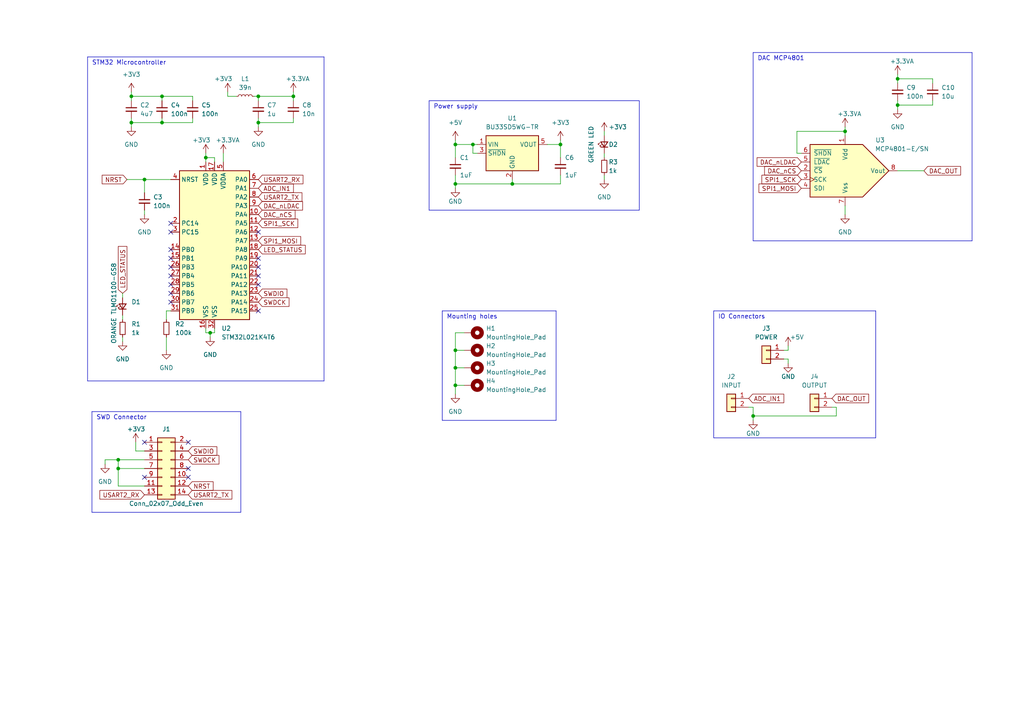
<source format=kicad_sch>
(kicad_sch (version 20230121) (generator eeschema)
  (paper "A4")
  (title_block (title "Alexandre DARRIET & Gabriel TETAR") (date "2024-02-29") (rev "1.0") (company "ENSEA"))
  (lib_symbols
    (symbol "Analog_DAC:MCP4801" (pin_names (offset 1.016))
      (property "Reference" "U" (at 1.27 10.795 0))
      (property "Value" "MCP4801" (at 1.27 8.89 0))
      (symbol "MCP4801_0_0"
        (polyline (pts (xy 12.7 0) (xy 5.08 7.62) (xy -10.16 7.62) (xy -10.16 -7.62) (xy 5.08 -7.62) (xy 12.7 0)) (stroke (width 0.254)) (fill (type background)))
      )
      (symbol "MCP4801_1_1"
        (pin power_in line (at 0 10.16 270) (length 2.54) (name "Vdd") (number "1"))
        (pin input line (at -12.7 0 0) (length 2.54) (name "~{CS}") (number "2"))
        (pin input clock (at -12.7 -2.54 0) (length 2.54) (name "SCK") (number "3"))
        (pin input line (at -12.7 -5.08 0) (length 2.54) (name "SDI") (number "4"))
        (pin input line (at -12.7 2.54 0) (length 2.54) (name "~{LDAC}") (number "5"))
        (pin input line (at -12.7 5.08 0) (length 2.54) (name "~{SHDN}") (number "6"))
        (pin power_in line (at 0 -10.16 90) (length 2.54) (name "Vss") (number "7"))
        (pin output line (at 15.24 0 180) (length 2.54) (name "Vout") (number "8"))
      )
    )
    (symbol "Connector_Generic:Conn_01x02" (pin_names (offset 1.016) hide)
      (property "Reference" "J" (at 0 2.54 0))
      (property "Value" "Conn_01x02" (at 0 -5.08 0))
      (symbol "Conn_01x02_1_1"
        (rectangle (start -1.27 -2.413) (end 0 -2.667) (stroke (width 0.1524)))
        (rectangle (start -1.27 0.127) (end 0 -0.127) (stroke (width 0.1524)))
        (rectangle (start -1.27 1.27) (end 1.27 -3.81) (stroke (width 0.254)) (fill (type background)))
        (pin passive line (at -5.08 0 0) (length 3.81) (name "Pin_1") (number "1"))
        (pin passive line (at -5.08 -2.54 0) (length 3.81) (name "Pin_2") (number "2"))
      )
    )
    (symbol "Connector_Generic:Conn_02x07_Odd_Even" (pin_names (offset 1.016) hide)
      (property "Reference" "J" (at 1.27 10.16 0))
      (property "Value" "Conn_02x07_Odd_Even" (at 1.27 -10.16 0))
      (symbol "Conn_02x07_Odd_Even_1_1"
        (rectangle (start -1.27 -7.493) (end 0 -7.747) (stroke (width 0.1524)))
        (rectangle (start -1.27 -4.953) (end 0 -5.207) (stroke (width 0.1524)))
        (rectangle (start -1.27 -2.413) (end 0 -2.667) (stroke (width 0.1524)))
        (rectangle (start -1.27 0.127) (end 0 -0.127) (stroke (width 0.1524)))
        (rectangle (start -1.27 2.667) (end 0 2.413) (stroke (width 0.1524)))
        (rectangle (start -1.27 5.207) (end 0 4.953) (stroke (width 0.1524)))
        (rectangle (start -1.27 7.747) (end 0 7.493) (stroke (width 0.1524)))
        (rectangle (start -1.27 8.89) (end 3.81 -8.89) (stroke (width 0.254)) (fill (type background)))
        (rectangle (start 3.81 -7.493) (end 2.54 -7.747) (stroke (width 0.1524)))
        (rectangle (start 3.81 -4.953) (end 2.54 -5.207) (stroke (width 0.1524)))
        (rectangle (start 3.81 -2.413) (end 2.54 -2.667) (stroke (width 0.1524)))
        (rectangle (start 3.81 0.127) (end 2.54 -0.127) (stroke (width 0.1524)))
        (rectangle (start 3.81 2.667) (end 2.54 2.413) (stroke (width 0.1524)))
        (rectangle (start 3.81 5.207) (end 2.54 4.953) (stroke (width 0.1524)))
        (rectangle (start 3.81 7.747) (end 2.54 7.493) (stroke (width 0.1524)))
        (pin passive line (at -5.08 7.62 0) (length 3.81) (name "Pin_1") (number "1"))
        (pin passive line (at 7.62 -2.54 180) (length 3.81) (name "Pin_10") (number "10"))
        (pin passive line (at -5.08 -5.08 0) (length 3.81) (name "Pin_11") (number "11"))
        (pin passive line (at 7.62 -5.08 180) (length 3.81) (name "Pin_12") (number "12"))
        (pin passive line (at -5.08 -7.62 0) (length 3.81) (name "Pin_13") (number "13"))
        (pin passive line (at 7.62 -7.62 180) (length 3.81) (name "Pin_14") (number "14"))
        (pin passive line (at 7.62 7.62 180) (length 3.81) (name "Pin_2") (number "2"))
        (pin passive line (at -5.08 5.08 0) (length 3.81) (name "Pin_3") (number "3"))
        (pin passive line (at 7.62 5.08 180) (length 3.81) (name "Pin_4") (number "4"))
        (pin passive line (at -5.08 2.54 0) (length 3.81) (name "Pin_5") (number "5"))
        (pin passive line (at 7.62 2.54 180) (length 3.81) (name "Pin_6") (number "6"))
        (pin passive line (at -5.08 0 0) (length 3.81) (name "Pin_7") (number "7"))
        (pin passive line (at 7.62 0 180) (length 3.81) (name "Pin_8") (number "8"))
        (pin passive line (at -5.08 -2.54 0) (length 3.81) (name "Pin_9") (number "9"))
      )
    )
    (symbol "Device:C_Small" (pin_numbers hide) (pin_names (offset 0.254) hide)
      (property "Reference" "C" (at 0.254 1.778 0))
      (property "Value" "C_Small" (at 0.254 -2.032 0))
      (symbol "C_Small_0_1"
        (polyline (pts (xy -1.524 -0.508) (xy 1.524 -0.508)) (stroke (width 0.3302)))
        (polyline (pts (xy -1.524 0.508) (xy 1.524 0.508)) (stroke (width 0.3048)))
      )
      (symbol "C_Small_1_1"
        (pin passive line (at 0 2.54 270) (length 2.032) (name "~") (number "1"))
        (pin passive line (at 0 -2.54 90) (length 2.032) (name "~") (number "2"))
      )
    )
    (symbol "Device:LED_Small" (pin_numbers hide) (pin_names (offset 0.254) hide)
      (property "Reference" "D" (at -1.27 3.175 0))
      (property "Value" "LED_Small" (at -4.445 -2.54 0))
      (symbol "LED_Small_0_1"
        (polyline (pts (xy -0.762 -1.016) (xy -0.762 1.016)) (stroke (width 0.254)))
        (polyline (pts (xy 1.016 0) (xy -0.762 0)))
        (polyline (pts (xy 0.762 -1.016) (xy -0.762 0) (xy 0.762 1.016) (xy 0.762 -1.016)) (stroke (width 0.254)))
        (polyline (pts (xy 0 0.762) (xy -0.508 1.27) (xy -0.254 1.27) (xy -0.508 1.27) (xy -0.508 1.016)))
        (polyline (pts (xy 0.508 1.27) (xy 0 1.778) (xy 0.254 1.778) (xy 0 1.778) (xy 0 1.524)))
      )
      (symbol "LED_Small_1_1"
        (pin passive line (at -2.54 0 0) (length 1.778) (name "K") (number "1"))
        (pin passive line (at 2.54 0 180) (length 1.778) (name "A") (number "2"))
      )
    )
    (symbol "Device:L_Small" (pin_numbers hide) (pin_names (offset 0.254) hide)
      (property "Reference" "L" (at 0.762 1.016 0))
      (property "Value" "L_Small" (at 0.762 -1.016 0))
      (symbol "L_Small_0_1"
        (arc (start 0 -2.032) (mid 0.5058 -1.524) (end 0 -1.016))
        (arc (start 0 -1.016) (mid 0.5058 -0.508) (end 0 0))
        (arc (start 0 0) (mid 0.5058 0.508) (end 0 1.016))
        (arc (start 0 1.016) (mid 0.5058 1.524) (end 0 2.032))
      )
      (symbol "L_Small_1_1"
        (pin passive line (at 0 2.54 270) (length 0.508) (name "~") (number "1"))
        (pin passive line (at 0 -2.54 90) (length 0.508) (name "~") (number "2"))
      )
    )
    (symbol "Device:R_Small" (pin_numbers hide) (pin_names (offset 0.254) hide)
      (property "Reference" "R" (at 0.762 0.508 0))
      (property "Value" "R_Small" (at 0.762 -1.016 0))
      (symbol "R_Small_0_1"
        (rectangle (start -0.762 1.778) (end 0.762 -1.778) (stroke (width 0.2032)))
      )
      (symbol "R_Small_1_1"
        (pin passive line (at 0 2.54 270) (length 0.762) (name "~") (number "1"))
        (pin passive line (at 0 -2.54 90) (length 0.762) (name "~") (number "2"))
      )
    )
    (symbol "MCU_ST_STM32L0:STM32L021K4Tx"
      (property "Reference" "U" (at -10.16 21.59 0))
      (property "Value" "STM32L021K4Tx" (at 5.08 21.59 0))
      (symbol "STM32L021K4Tx_0_1"
        (rectangle (start -10.16 -22.86) (end 10.16 20.32) (stroke (width 0.254)) (fill (type background)))
      )
      (symbol "STM32L021K4Tx_1_1"
        (pin power_in line (at -2.54 22.86 270) (length 2.54) (name "VDD") (number "1"))
        (pin bidirectional line (at 12.7 7.62 180) (length 2.54) (name "PA4") (number "10"))
        (pin bidirectional line (at 12.7 5.08 180) (length 2.54) (name "PA5") (number "11"))
        (pin bidirectional line (at 12.7 2.54 180) (length 2.54) (name "PA6") (number "12"))
        (pin bidirectional line (at 12.7 0 180) (length 2.54) (name "PA7") (number "13"))
        (pin bidirectional line (at -12.7 -2.54 0) (length 2.54) (name "PB0") (number "14"))
        (pin bidirectional line (at -12.7 -5.08 0) (length 2.54) (name "PB1") (number "15"))
        (pin power_in line (at -2.54 -25.4 90) (length 2.54) (name "VSS") (number "16"))
        (pin power_in line (at 0 22.86 270) (length 2.54) (name "VDD") (number "17"))
        (pin bidirectional line (at 12.7 -2.54 180) (length 2.54) (name "PA8") (number "18"))
        (pin bidirectional line (at 12.7 -5.08 180) (length 2.54) (name "PA9") (number "19"))
        (pin bidirectional line (at -12.7 5.08 0) (length 2.54) (name "PC14") (number "2"))
        (pin bidirectional line (at 12.7 -7.62 180) (length 2.54) (name "PA10") (number "20"))
        (pin bidirectional line (at 12.7 -10.16 180) (length 2.54) (name "PA11") (number "21"))
        (pin bidirectional line (at 12.7 -12.7 180) (length 2.54) (name "PA12") (number "22"))
        (pin bidirectional line (at 12.7 -15.24 180) (length 2.54) (name "PA13") (number "23"))
        (pin bidirectional line (at 12.7 -17.78 180) (length 2.54) (name "PA14") (number "24"))
        (pin bidirectional line (at 12.7 -20.32 180) (length 2.54) (name "PA15") (number "25"))
        (pin bidirectional line (at -12.7 -7.62 0) (length 2.54) (name "PB3") (number "26"))
        (pin bidirectional line (at -12.7 -10.16 0) (length 2.54) (name "PB4") (number "27"))
        (pin bidirectional line (at -12.7 -12.7 0) (length 2.54) (name "PB5") (number "28"))
        (pin bidirectional line (at -12.7 -15.24 0) (length 2.54) (name "PB6") (number "29"))
        (pin bidirectional line (at -12.7 2.54 0) (length 2.54) (name "PC15") (number "3"))
        (pin bidirectional line (at -12.7 -17.78 0) (length 2.54) (name "PB7") (number "30"))
        (pin bidirectional line (at -12.7 -20.32 0) (length 2.54) (name "PB9") (number "31"))
        (pin power_in line (at 0 -25.4 90) (length 2.54) (name "VSS") (number "32"))
        (pin input line (at -12.7 17.78 0) (length 2.54) (name "NRST") (number "4"))
        (pin power_in line (at 2.54 22.86 270) (length 2.54) (name "VDDA") (number "5"))
        (pin bidirectional line (at 12.7 17.78 180) (length 2.54) (name "PA0") (number "6"))
        (pin bidirectional line (at 12.7 15.24 180) (length 2.54) (name "PA1") (number "7"))
        (pin bidirectional line (at 12.7 12.7 180) (length 2.54) (name "PA2") (number "8"))
        (pin bidirectional line (at 12.7 10.16 180) (length 2.54) (name "PA3") (number "9"))
      )
    )
    (symbol "Mechanical:MountingHole_Pad" (pin_numbers hide) (pin_names (offset 1.016) hide)
      (property "Reference" "H" (at 0 6.35 0))
      (property "Value" "MountingHole_Pad" (at 0 4.445 0))
      (symbol "MountingHole_Pad_0_1"
        (circle (center 0 1.27) (radius 1.27) (stroke (width 1.27)))
      )
      (symbol "MountingHole_Pad_1_1"
        (pin input line (at 0 -2.54 90) (length 2.54) (name "1") (number "1"))
      )
    )
    (symbol "Regulator_Linear:MCP1802x-xx02xOT"
      (property "Reference" "U" (at -6.35 6.35 0))
      (property "Value" "MCP1802x-xx02xOT" (at 0 6.35 0))
      (symbol "MCP1802x-xx02xOT_0_1"
        (rectangle (start -7.62 5.08) (end 7.62 -5.08) (stroke (width 0.254)) (fill (type background)))
      )
      (symbol "MCP1802x-xx02xOT_1_1"
        (pin power_in line (at -10.16 2.54 0) (length 2.54) (name "VIN") (number "1"))
        (pin power_in line (at 0 -7.62 90) (length 2.54) (name "GND") (number "2"))
        (pin input line (at -10.16 0 0) (length 2.54) (name "~{SHDN}") (number "3"))
        (pin no_connect line (at 7.62 0 180) (length 2.54) hide (name "NC") (number "4"))
        (pin power_out line (at 10.16 2.54 180) (length 2.54) (name "VOUT") (number "5"))
      )
    )
    (symbol "power:+3.3V" (power) (pin_names (offset 0))
      (property "Value" "+3.3V" (at 0 3.556 0))
      (symbol "+3.3V_0_1"
        (polyline (pts (xy -0.762 1.27) (xy 0 2.54)))
        (polyline (pts (xy 0 0) (xy 0 2.54)))
        (polyline (pts (xy 0 2.54) (xy 0.762 1.27)))
      )
      (symbol "+3.3V_1_1"
        (pin power_in line (at 0 0 90) (length 0) hide (name "+3V3") (number "1"))
      )
    )
    (symbol "power:+3.3VA" (power) (pin_names (offset 0))
      (property "Value" "+3.3VA" (at 0 3.556 0))
      (symbol "+3.3VA_0_1"
        (polyline (pts (xy -0.762 1.27) (xy 0 2.54)))
        (polyline (pts (xy 0 0) (xy 0 2.54)))
        (polyline (pts (xy 0 2.54) (xy 0.762 1.27)))
      )
      (symbol "+3.3VA_1_1"
        (pin power_in line (at 0 0 90) (length 0) hide (name "+3.3VA") (number "1"))
      )
    )
    (symbol "power:+5V" (power) (pin_names (offset 0))
      (property "Value" "+5V" (at 0 3.556 0))
      (symbol "+5V_0_1"
        (polyline (pts (xy -0.762 1.27) (xy 0 2.54)))
        (polyline (pts (xy 0 0) (xy 0 2.54)))
        (polyline (pts (xy 0 2.54) (xy 0.762 1.27)))
      )
      (symbol "+5V_1_1"
        (pin power_in line (at 0 0 90) (length 0) hide (name "+5V") (number "1"))
      )
    )
    (symbol "power:GND" (power) (pin_names (offset 0))
      (property "Value" "GND" (at 0 -3.81 0))
      (symbol "GND_0_1"
        (polyline (pts (xy 0 0) (xy 0 -1.27) (xy 1.27 -1.27) (xy 0 -2.54) (xy -1.27 -1.27) (xy 0 -1.27)))
      )
      (symbol "GND_1_1"
        (pin power_in line (at 0 0 270) (length 0) hide (name "GND") (number "1"))
      )
    )
  )
  (junction (at 132.08 53.34))
  (junction (at 85.09 27.94))
  (junction (at 60.96 96.52))
  (junction (at 41.91 52.07))
  (junction (at 148.59 53.34))
  (junction (at 162.56 41.91))
  (junction (at 260.35 22.86))
  (junction (at 59.69 45.72))
  (junction (at 218.44 120.65))
  (junction (at 260.35 30.48))
  (junction (at 34.29 133.35))
  (junction (at 132.08 101.6))
  (junction (at 46.99 35.56))
  (junction (at 137.16 41.91))
  (junction (at 46.99 27.94))
  (junction (at 34.29 135.89))
  (junction (at 38.1 27.94))
  (junction (at 132.08 41.91))
  (junction (at 74.93 35.56))
  (junction (at 245.11 38.1))
  (junction (at 132.08 106.68))
  (junction (at 74.93 27.94))
  (junction (at 38.1 35.56))
  (junction (at 132.08 111.76))
  (no_connect (at 49.53 85.09))
  (no_connect (at 74.93 82.55))
  (no_connect (at 49.53 74.93))
  (no_connect (at 41.91 128.27))
  (no_connect (at 54.61 128.27))
  (no_connect (at 74.93 90.17))
  (no_connect (at 49.53 64.77))
  (no_connect (at 49.53 67.31))
  (no_connect (at 49.53 72.39))
  (no_connect (at 74.93 74.93))
  (no_connect (at 49.53 82.55))
  (no_connect (at 54.61 135.89))
  (no_connect (at 54.61 138.43))
  (no_connect (at 49.53 80.01))
  (no_connect (at 49.53 87.63))
  (no_connect (at 74.93 67.31))
  (no_connect (at 49.53 77.47))
  (no_connect (at 41.91 138.43))
  (no_connect (at 74.93 77.47))
  (no_connect (at 74.93 80.01))
  (wire (pts (xy 38.1 26.67) (xy 38.1 27.94)))
  (polyline (pts (xy 207.01 90.17) (xy 254 90.17)))
  (wire (pts (xy 85.09 26.67) (xy 85.09 27.94)))
  (wire (pts (xy 132.08 106.68) (xy 134.62 106.68)))
  (wire (pts (xy 245.11 36.83) (xy 245.11 38.1)))
  (wire (pts (xy 162.56 53.34) (xy 162.56 50.8)))
  (wire (pts (xy 38.1 27.94) (xy 46.99 27.94)))
  (wire (pts (xy 132.08 106.68) (xy 132.08 101.6)))
  (wire (pts (xy 38.1 35.56) (xy 46.99 35.56)))
  (polyline (pts (xy 25.4 110.49) (xy 93.98 110.49)))
  (wire (pts (xy 34.29 140.97) (xy 34.29 135.89)))
  (polyline (pts (xy 161.29 90.17) (xy 161.29 121.92)))
  (wire (pts (xy 162.56 45.72) (xy 162.56 41.91)))
  (wire (pts (xy 218.44 120.65) (xy 218.44 118.11)))
  (wire (pts (xy 217.17 118.11) (xy 218.44 118.11)))
  (wire (pts (xy 41.91 130.81) (xy 39.37 130.81)))
  (polyline (pts (xy 69.85 148.59) (xy 26.67 148.59)))
  (wire (pts (xy 137.16 41.91) (xy 138.43 41.91)))
  (wire (pts (xy 241.3 118.11) (xy 242.57 118.11)))
  (wire (pts (xy 59.69 96.52) (xy 60.96 96.52)))
  (wire (pts (xy 60.96 96.52) (xy 60.96 97.79)))
  (wire (pts (xy 38.1 35.56) (xy 38.1 36.83)))
  (wire (pts (xy 228.6 101.6) (xy 228.6 100.33)))
  (wire (pts (xy 34.29 135.89) (xy 41.91 135.89)))
  (wire (pts (xy 218.44 120.65) (xy 218.44 121.92)))
  (wire (pts (xy 132.08 41.91) (xy 137.16 41.91)))
  (wire (pts (xy 62.23 95.25) (xy 62.23 96.52)))
  (wire (pts (xy 132.08 53.34) (xy 132.08 54.61)))
  (wire (pts (xy 59.69 45.72) (xy 62.23 45.72)))
  (polyline (pts (xy 25.4 16.51) (xy 93.98 16.51)))
  (wire (pts (xy 41.91 52.07) (xy 41.91 55.88)))
  (wire (pts (xy 132.08 114.3) (xy 132.08 111.76)))
  (wire (pts (xy 73.66 27.94) (xy 74.93 27.94)))
  (wire (pts (xy 59.69 46.99) (xy 59.69 45.72)))
  (polyline (pts (xy 185.42 60.96) (xy 124.46 60.96)))
  (wire (pts (xy 34.29 133.35) (xy 30.48 133.35)))
  (wire (pts (xy 242.57 120.65) (xy 218.44 120.65)))
  (wire (pts (xy 260.35 30.48) (xy 260.35 31.75)))
  (polyline (pts (xy 93.98 110.49) (xy 93.98 16.51)))
  (polyline (pts (xy 218.44 15.24) (xy 218.44 69.85)))
  (wire (pts (xy 260.35 30.48) (xy 270.51 30.48)))
  (wire (pts (xy 74.93 34.29) (xy 74.93 35.56)))
  (wire (pts (xy 245.11 38.1) (xy 231.14 38.1)))
  (wire (pts (xy 34.29 140.97) (xy 41.91 140.97)))
  (wire (pts (xy 74.93 35.56) (xy 74.93 36.83)))
  (wire (pts (xy 162.56 41.91) (xy 158.75 41.91)))
  (wire (pts (xy 227.33 101.6) (xy 228.6 101.6)))
  (polyline (pts (xy 161.29 121.92) (xy 128.27 121.92)))
  (wire (pts (xy 41.91 52.07) (xy 49.53 52.07)))
  (wire (pts (xy 132.08 111.76) (xy 132.08 106.68)))
  (wire (pts (xy 39.37 130.81) (xy 39.37 128.27)))
  (wire (pts (xy 228.6 104.14) (xy 228.6 105.41)))
  (polyline (pts (xy 185.42 29.21) (xy 185.42 60.96)))
  (wire (pts (xy 38.1 34.29) (xy 38.1 35.56)))
  (wire (pts (xy 46.99 27.94) (xy 46.99 29.21)))
  (wire (pts (xy 132.08 111.76) (xy 134.62 111.76)))
  (wire (pts (xy 175.26 38.1) (xy 175.26 39.37)))
  (wire (pts (xy 48.26 97.79) (xy 48.26 101.6)))
  (wire (pts (xy 41.91 60.96) (xy 41.91 62.23)))
  (wire (pts (xy 55.88 27.94) (xy 55.88 29.21)))
  (wire (pts (xy 62.23 45.72) (xy 62.23 46.99)))
  (wire (pts (xy 55.88 35.56) (xy 55.88 34.29)))
  (wire (pts (xy 260.35 49.53) (xy 267.97 49.53)))
  (wire (pts (xy 132.08 53.34) (xy 148.59 53.34)))
  (polyline (pts (xy 128.27 90.17) (xy 161.29 90.17)))
  (wire (pts (xy 132.08 50.8) (xy 132.08 53.34)))
  (wire (pts (xy 148.59 52.07) (xy 148.59 53.34)))
  (wire (pts (xy 260.35 22.86) (xy 270.51 22.86)))
  (polyline (pts (xy 26.67 119.38) (xy 69.85 119.38)))
  (wire (pts (xy 59.69 44.45) (xy 59.69 45.72)))
  (polyline (pts (xy 281.94 15.24) (xy 281.94 69.85)))
  (wire (pts (xy 260.35 22.86) (xy 260.35 24.13)))
  (wire (pts (xy 66.04 26.67) (xy 66.04 27.94)))
  (polyline (pts (xy 254 90.17) (xy 254 127)))
  (wire (pts (xy 46.99 35.56) (xy 46.99 34.29)))
  (wire (pts (xy 66.04 27.94) (xy 68.58 27.94)))
  (polyline (pts (xy 69.85 119.38) (xy 69.85 148.59)))
  (wire (pts (xy 74.93 35.56) (xy 85.09 35.56)))
  (wire (pts (xy 260.35 21.59) (xy 260.35 22.86)))
  (wire (pts (xy 74.93 27.94) (xy 74.93 29.21)))
  (wire (pts (xy 46.99 35.56) (xy 55.88 35.56)))
  (polyline (pts (xy 254 127) (xy 207.01 127)))
  (wire (pts (xy 175.26 44.45) (xy 175.26 45.72)))
  (wire (pts (xy 132.08 45.72) (xy 132.08 41.91)))
  (wire (pts (xy 132.08 101.6) (xy 132.08 96.52)))
  (wire (pts (xy 132.08 101.6) (xy 134.62 101.6)))
  (wire (pts (xy 148.59 53.34) (xy 162.56 53.34)))
  (polyline (pts (xy 207.01 90.17) (xy 207.01 127)))
  (wire (pts (xy 35.56 91.44) (xy 35.56 92.71)))
  (wire (pts (xy 34.29 135.89) (xy 34.29 133.35)))
  (wire (pts (xy 35.56 85.09) (xy 35.56 86.36)))
  (wire (pts (xy 231.14 44.45) (xy 232.41 44.45)))
  (wire (pts (xy 60.96 96.52) (xy 62.23 96.52)))
  (wire (pts (xy 35.56 97.79) (xy 35.56 99.06)))
  (wire (pts (xy 38.1 27.94) (xy 38.1 29.21)))
  (wire (pts (xy 227.33 104.14) (xy 228.6 104.14)))
  (wire (pts (xy 138.43 44.45) (xy 137.16 44.45)))
  (wire (pts (xy 46.99 27.94) (xy 55.88 27.94)))
  (wire (pts (xy 270.51 30.48) (xy 270.51 29.21)))
  (wire (pts (xy 242.57 118.11) (xy 242.57 120.65)))
  (wire (pts (xy 175.26 50.8) (xy 175.26 52.07)))
  (wire (pts (xy 64.77 44.45) (xy 64.77 46.99)))
  (wire (pts (xy 137.16 44.45) (xy 137.16 41.91)))
  (polyline (pts (xy 26.67 119.38) (xy 26.67 148.59)))
  (polyline (pts (xy 128.27 90.17) (xy 128.27 121.92)))
  (polyline (pts (xy 124.46 29.21) (xy 185.42 29.21)))
  (wire (pts (xy 270.51 24.13) (xy 270.51 22.86)))
  (wire (pts (xy 30.48 133.35) (xy 30.48 134.62)))
  (wire (pts (xy 74.93 27.94) (xy 85.09 27.94)))
  (wire (pts (xy 85.09 35.56) (xy 85.09 34.29)))
  (wire (pts (xy 36.83 52.07) (xy 41.91 52.07)))
  (polyline (pts (xy 281.94 69.85) (xy 218.44 69.85)))
  (wire (pts (xy 59.69 95.25) (xy 59.69 96.52)))
  (wire (pts (xy 85.09 27.94) (xy 85.09 29.21)))
  (polyline (pts (xy 218.44 15.24) (xy 281.94 15.24)))
  (wire (pts (xy 34.29 133.35) (xy 41.91 133.35)))
  (wire (pts (xy 48.26 90.17) (xy 49.53 90.17)))
  (wire (pts (xy 245.11 59.69) (xy 245.11 62.23)))
  (polyline (pts (xy 25.4 16.51) (xy 25.4 110.49)))
  (wire (pts (xy 48.26 90.17) (xy 48.26 92.71)))
  (wire (pts (xy 162.56 40.64) (xy 162.56 41.91)))
  (wire (pts (xy 132.08 96.52) (xy 134.62 96.52)))
  (wire (pts (xy 132.08 40.64) (xy 132.08 41.91)))
  (wire (pts (xy 245.11 38.1) (xy 245.11 39.37)))
  (wire (pts (xy 260.35 29.21) (xy 260.35 30.48)))
  (polyline (pts (xy 124.46 29.21) (xy 124.46 60.96)))
  (wire (pts (xy 231.14 38.1) (xy 231.14 44.45)))
  (text "DAC MCP4801" (at 219.71 17.78 0) (effects (font (size 1.27 1.27)) (justify left bottom)))
  (text "STM32 Microcontroller" (at 26.67 19.05 0) (effects (font (size 1.27 1.27)) (justify left bottom)))
  (text "Power supply" (at 125.73 31.75 0) (effects (font (size 1.27 1.27)) (justify left bottom)))
  (text "IO Connectors" (at 208.28 92.71 0) (effects (font (size 1.27 1.27)) (justify left bottom)))
  (text "Mounting holes" (at 129.54 92.71 0) (effects (font (size 1.27 1.27)) (justify left bottom)))
  (text "SWD Connector" (at 27.94 121.92 0) (effects (font (size 1.27 1.27)) (justify left bottom)))
  (global_label "USART2_TX" (shape input) (at 54.61 143.51 0) (property "Intersheetrefs" "${INTERSHEET_REFS}" (effects hide)) (property "Références Inter-Feuilles" "${INTERSHEET_REFS}" (effects hide)))
  (global_label "ADC_IN1" (shape input) (at 217.17 115.57 0) (property "Intersheetrefs" "${INTERSHEET_REFS}" (effects hide)) (property "Références Inter-Feuilles" "${INTERSHEET_REFS}" (effects hide)))
  (global_label "LED_STATUS" (shape input) (at 35.56 85.09 90) (property "Intersheetrefs" "${INTERSHEET_REFS}" (effects hide)) (property "Références Inter-Feuilles" "${INTERSHEET_REFS}" (effects hide)))
  (global_label "NRST" (shape input) (at 36.83 52.07 180) (property "Intersheetrefs" "${INTERSHEET_REFS}" (effects hide)) (property "Références Inter-Feuilles" "${INTERSHEET_REFS}" (effects hide)))
  (global_label "SPI1_SCK" (shape input) (at 74.93 64.77 0) (property "Intersheetrefs" "${INTERSHEET_REFS}" (effects hide)) (property "Références Inter-Feuilles" "${INTERSHEET_REFS}" (effects hide)))
  (global_label "SWDIO" (shape input) (at 54.61 130.81 0) (property "Intersheetrefs" "${INTERSHEET_REFS}" (effects hide)) (property "Références Inter-Feuilles" "${INTERSHEET_REFS}" (effects hide)))
  (global_label "NRST" (shape input) (at 54.61 140.97 0) (property "Intersheetrefs" "${INTERSHEET_REFS}" (effects hide)) (property "Références Inter-Feuilles" "${INTERSHEET_REFS}" (effects hide)))
  (global_label "USART2_TX" (shape input) (at 74.93 57.15 0) (property "Intersheetrefs" "${INTERSHEET_REFS}" (effects hide)) (property "Références Inter-Feuilles" "${INTERSHEET_REFS}" (effects hide)))
  (global_label "SPI1_MOSI" (shape input) (at 74.93 69.85 0) (property "Intersheetrefs" "${INTERSHEET_REFS}" (effects hide)) (property "Références Inter-Feuilles" "${INTERSHEET_REFS}" (effects hide)))
  (global_label "USART2_RX" (shape input) (at 74.93 52.07 0) (property "Intersheetrefs" "${INTERSHEET_REFS}" (effects hide)) (property "Références Inter-Feuilles" "${INTERSHEET_REFS}" (effects hide)))
  (global_label "SPI1_SCK" (shape input) (at 232.41 52.07 180) (property "Intersheetrefs" "${INTERSHEET_REFS}" (effects hide)) (property "Références Inter-Feuilles" "${INTERSHEET_REFS}" (effects hide)))
  (global_label "DAC_OUT" (shape input) (at 267.97 49.53 0) (property "Intersheetrefs" "${INTERSHEET_REFS}" (effects hide)) (property "Références Inter-Feuilles" "${INTERSHEET_REFS}" (effects hide)))
  (global_label "DAC_nLDAC" (shape input) (at 74.93 59.69 0) (property "Intersheetrefs" "${INTERSHEET_REFS}" (effects hide)) (property "Références Inter-Feuilles" "${INTERSHEET_REFS}" (effects hide)))
  (global_label "DAC_nCS" (shape input) (at 74.93 62.23 0) (property "Intersheetrefs" "${INTERSHEET_REFS}" (effects hide)) (property "Références Inter-Feuilles" "${INTERSHEET_REFS}" (effects hide)))
  (global_label "ADC_IN1" (shape input) (at 74.93 54.61 0) (property "Intersheetrefs" "${INTERSHEET_REFS}" (effects hide)) (property "Références Inter-Feuilles" "${INTERSHEET_REFS}" (effects hide)))
  (global_label "DAC_OUT" (shape input) (at 241.3 115.57 0) (property "Intersheetrefs" "${INTERSHEET_REFS}" (effects hide)) (property "Références Inter-Feuilles" "${INTERSHEET_REFS}" (effects hide)))
  (global_label "SWDCK" (shape input) (at 74.93 87.63 0) (property "Intersheetrefs" "${INTERSHEET_REFS}" (effects hide)) (property "Références Inter-Feuilles" "${INTERSHEET_REFS}" (effects hide)))
  (global_label "USART2_RX" (shape input) (at 41.91 143.51 180) (property "Intersheetrefs" "${INTERSHEET_REFS}" (effects hide)) (property "Références Inter-Feuilles" "${INTERSHEET_REFS}" (effects hide)))
  (global_label "DAC_nCS" (shape input) (at 232.41 49.53 180) (property "Intersheetrefs" "${INTERSHEET_REFS}" (effects hide)) (property "Références Inter-Feuilles" "${INTERSHEET_REFS}" (effects hide)))
  (global_label "SPI1_MOSI" (shape input) (at 232.41 54.61 180) (property "Intersheetrefs" "${INTERSHEET_REFS}" (effects hide)) (property "Références Inter-Feuilles" "${INTERSHEET_REFS}" (effects hide)))
  (global_label "SWDIO" (shape input) (at 74.93 85.09 0) (property "Intersheetrefs" "${INTERSHEET_REFS}" (effects hide)) (property "Références Inter-Feuilles" "${INTERSHEET_REFS}" (effects hide)))
  (global_label "SWDCK" (shape input) (at 54.61 133.35 0) (property "Intersheetrefs" "${INTERSHEET_REFS}" (effects hide)) (property "Références Inter-Feuilles" "${INTERSHEET_REFS}" (effects hide)))
  (global_label "LED_STATUS" (shape input) (at 74.93 72.39 0) (property "Intersheetrefs" "${INTERSHEET_REFS}" (effects hide)) (property "Références Inter-Feuilles" "${INTERSHEET_REFS}" (effects hide)))
  (global_label "DAC_nLDAC" (shape input) (at 232.41 46.99 180) (property "Intersheetrefs" "${INTERSHEET_REFS}" (effects hide)) (property "Références Inter-Feuilles" "${INTERSHEET_REFS}" (effects hide)))
  (symbol (lib_id "Device:C_Small") (at 38.1 31.75 0) (unit 1)
    (property "Reference" "C2" (at 40.64 30.4862 0) (effects (justify left)))
    (property "Value" "4u7" (at 40.64 33.0262 0) (effects (justify left)))
    (property "Footprint" "Capacitor_SMD:C_0805_2012Metric_Pad1.18x1.45mm_HandSolder" (effects hide))
  )
  (symbol (lib_id "Regulator_Linear:MCP1802x-xx02xOT") (at 148.59 44.45 0) (unit 1)
    (property "Reference" "U1" (at 148.59 34.29 0))
    (property "Value" "BU33SD5WG-TR" (at 148.59 36.83 0))
    (property "Footprint" "Package_TO_SOT_SMD:SOT-23-5" (effects hide))
    (property "Datasheet" "http://ww1.microchip.com/downloads/en/DeviceDoc/22053C.pdf" (effects hide))
  )
  (symbol (lib_id "Device:C_Small") (at 55.88 31.75 0) (unit 1)
    (property "Reference" "C5" (at 58.42 30.4862 0) (effects (justify left)))
    (property "Value" "100n" (at 58.42 33.0262 0) (effects (justify left)))
    (property "Footprint" "Capacitor_SMD:C_0805_2012Metric_Pad1.18x1.45mm_HandSolder" (effects hide))
  )
  (symbol (lib_id "power:GND") (at 132.08 54.61 0) (unit 1)
    (property "Reference" "#PWR?" (effects hide))
    (property "Value" "GND" (at 132.08 58.42 0))
  )
  (symbol (lib_id "power:+3.3VA") (at 245.11 36.83 0) (unit 1)
    (property "Reference" "#PWR018" (effects hide))
    (property "Value" "+3.3VA" (at 246.38 33.02 0))
  )
  (symbol (lib_id "Device:LED_Small") (at 35.56 88.9 90) (unit 1)
    (property "Reference" "D1" (at 38.1 87.5664 90) (effects (justify right)))
    (property "Value" "ORANGE TLMO1100-GS8" (at 33.02 76.2 0) (effects (justify right)))
    (property "Footprint" "LED_SMD:LED_0603_1608Metric_Pad1.05x0.95mm_HandSolder" (effects hide))
  )
  (symbol (lib_id "Device:C_Small") (at 162.56 48.26 0) (unit 1)
    (property "Reference" "C6" (at 163.83 45.72 0) (effects (justify left)))
    (property "Value" "1uF" (at 163.83 50.8 0) (effects (justify left)))
    (property "Footprint" "Capacitor_SMD:C_0805_2012Metric" (effects hide))
  )
  (symbol (lib_id "Device:L_Small") (at 71.12 27.94 90) (unit 1)
    (property "Reference" "L1" (at 71.12 22.86 90))
    (property "Value" "39n" (at 71.12 25.4 90))
    (property "Footprint" "Inductor_SMD:L_0805_2012Metric_Pad1.05x1.20mm_HandSolder" (effects hide))
  )
  (symbol (lib_id "power:GND") (at 132.08 114.3 0) (unit 1)
    (property "Reference" "#PWR025" (effects hide))
    (property "Value" "GND" (at 132.08 119.38 0))
  )
  (symbol (lib_id "power:GND") (at 228.6 105.41 0) (mirror y) (unit 1)
    (property "Reference" "#PWR024" (effects hide))
    (property "Value" "GND" (at 228.6 109.22 0))
  )
  (symbol (lib_id "power:GND") (at 35.56 99.06 0) (unit 1)
    (property "Reference" "#PWR02" (effects hide))
    (property "Value" "GND" (at 35.56 104.14 0))
  )
  (symbol (lib_id "Analog_DAC:MCP4801") (at 245.11 49.53 0) (unit 1)
    (property "Reference" "U3" (at 255.27 40.64 0))
    (property "Value" "MCP4801-E/SN" (at 261.62 43.18 0))
    (property "Footprint" "Package_SO:SOIC-8_3.9x4.9mm_P1.27mm" (effects hide))
    (property "Datasheet" "http://ww1.microchip.com/downloads/en/DeviceDoc/22244B.pdf" (effects hide))
  )
  (symbol (lib_id "Device:C_Small") (at 41.91 58.42 0) (unit 1)
    (property "Reference" "C3" (at 44.45 57.1562 0) (effects (justify left)))
    (property "Value" "100n" (at 44.45 59.6962 0) (effects (justify left)))
    (property "Footprint" "Capacitor_SMD:C_0805_2012Metric_Pad1.18x1.45mm_HandSolder" (effects hide))
  )
  (symbol (lib_id "power:GND") (at 218.44 121.92 0) (unit 1)
    (property "Reference" "#PWR022" (effects hide))
    (property "Value" "GND" (at 218.44 125.73 0))
  )
  (symbol (lib_id "Mechanical:MountingHole_Pad") (at 137.16 101.6 270) (unit 1)
    (property "Reference" "H2" (at 140.97 100.3299 90) (effects (justify left)))
    (property "Value" "MountingHole_Pad" (at 140.97 102.8699 90) (effects (justify left)))
    (property "Footprint" "MountingHole:MountingHole_3.2mm_M3_Pad" (effects hide))
  )
  (symbol (lib_id "power:+3.3V") (at 175.26 38.1 0) (unit 1)
    (property "Reference" "#PWR013" (effects hide))
    (property "Value" "+3.3V" (at 176.53 36.83 0) (effects (justify left)))
  )
  (symbol (lib_id "power:+5V") (at 132.08 40.64 0) (unit 1)
    (property "Reference" "#PWR01" (effects hide))
    (property "Value" "+5V" (at 132.08 35.56 0))
  )
  (symbol (lib_id "power:GND") (at 175.26 52.07 0) (unit 1)
    (property "Reference" "#PWR014" (effects hide))
    (property "Value" "GND" (at 175.26 57.15 0))
  )
  (symbol (lib_id "Connector_Generic:Conn_02x07_Odd_Even") (at 46.99 135.89 0) (unit 1)
    (property "Reference" "J1" (at 48.26 124.46 0))
    (property "Value" "Conn_02x07_Odd_Even" (at 48.26 146.05 0))
    (property "Footprint" "Connector_PinHeader_1.27mm:PinHeader_2x07_P1.27mm_Vertical_SMD" (effects hide))
  )
  (symbol (lib_id "power:GND") (at 41.91 62.23 0) (unit 1)
    (property "Reference" "#PWR05" (effects hide))
    (property "Value" "GND" (at 41.91 67.31 0))
  )
  (symbol (lib_id "power:+3.3V") (at 39.37 128.27 0) (unit 1)
    (property "Reference" "#PWR017" (effects hide))
    (property "Value" "+3.3V" (at 36.83 124.46 0) (effects (justify left)))
  )
  (symbol (lib_id "power:GND") (at 245.11 62.23 0) (unit 1)
    (property "Reference" "#PWR019" (effects hide))
    (property "Value" "GND" (at 245.11 67.31 0))
  )
  (symbol (lib_id "power:+3.3V") (at 162.56 40.64 0) (unit 1)
    (property "Reference" "#PWR09" (effects hide))
    (property "Value" "+3.3V" (at 162.56 35.56 0))
  )
  (symbol (lib_id "Device:C_Small") (at 74.93 31.75 0) (unit 1)
    (property "Reference" "C7" (at 77.47 30.4862 0) (effects (justify left)))
    (property "Value" "1u" (at 77.47 33.0262 0) (effects (justify left)))
    (property "Footprint" "Capacitor_SMD:C_0805_2012Metric_Pad1.18x1.45mm_HandSolder" (effects hide))
  )
  (symbol (lib_id "Connector_Generic:Conn_01x02") (at 222.25 101.6 0) (mirror y) (unit 1)
    (property "Reference" "J3" (at 222.25 95.25 0))
    (property "Value" "POWER" (at 222.25 97.79 0))
    (property "Footprint" "Connector_JST:JST_XH_B2B-XH-A_1x02_P2.50mm_Vertical" (effects hide))
  )
  (symbol (lib_id "Device:C_Small") (at 260.35 26.67 0) (unit 1)
    (property "Reference" "C9" (at 262.89 25.4062 0) (effects (justify left)))
    (property "Value" "100n" (at 262.89 27.9462 0) (effects (justify left)))
    (property "Footprint" "Capacitor_SMD:C_0805_2012Metric_Pad1.18x1.45mm_HandSolder" (effects hide))
  )
  (symbol (lib_id "power:+3.3V") (at 66.04 26.67 0) (unit 1)
    (property "Reference" "#PWR011" (effects hide))
    (property "Value" "+3.3V" (at 64.77 22.86 0))
  )
  (symbol (lib_id "Device:C_Small") (at 85.09 31.75 0) (unit 1)
    (property "Reference" "C8" (at 87.63 30.4862 0) (effects (justify left)))
    (property "Value" "10n" (at 87.63 33.0262 0) (effects (justify left)))
    (property "Footprint" "Capacitor_SMD:C_0805_2012Metric_Pad1.18x1.45mm_HandSolder" (effects hide))
  )
  (symbol (lib_id "Connector_Generic:Conn_01x02") (at 236.22 115.57 0) (mirror y) (unit 1)
    (property "Reference" "J4" (at 236.22 109.22 0))
    (property "Value" "OUTPUT" (at 236.22 111.76 0))
    (property "Footprint" "Connector_JST:JST_XH_B2B-XH-A_1x02_P2.50mm_Vertical" (effects hide))
  )
  (symbol (lib_id "power:GND") (at 74.93 36.83 0) (unit 1)
    (property "Reference" "#PWR012" (effects hide))
    (property "Value" "GND" (at 74.93 41.91 0))
  )
  (symbol (lib_id "power:+3.3V") (at 59.69 44.45 0) (unit 1)
    (property "Reference" "#PWR07" (effects hide))
    (property "Value" "+3.3V" (at 58.42 40.64 0))
  )
  (symbol (lib_id "power:+3.3VA") (at 260.35 21.59 0) (unit 1)
    (property "Reference" "#PWR020" (effects hide))
    (property "Value" "+3.3VA" (at 261.62 17.78 0))
  )
  (symbol (lib_id "power:+3.3VA") (at 64.77 44.45 0) (unit 1)
    (property "Reference" "#PWR010" (effects hide))
    (property "Value" "+3.3VA" (at 66.04 40.64 0))
  )
  (symbol (lib_id "power:GND") (at 260.35 31.75 0) (unit 1)
    (property "Reference" "#PWR021" (effects hide))
    (property "Value" "GND" (at 260.35 36.83 0))
  )
  (symbol (lib_id "Device:LED_Small") (at 175.26 41.91 90) (unit 1)
    (property "Reference" "D2" (at 176.53 41.91 90) (effects (justify right)))
    (property "Value" "GREEN LED" (at 171.45 41.91 0))
    (property "Footprint" "LED_SMD:LED_0603_1608Metric_Pad1.05x0.95mm_HandSolder" (effects hide))
  )
  (symbol (lib_id "Mechanical:MountingHole_Pad") (at 137.16 111.76 270) (unit 1)
    (property "Reference" "H4" (at 140.97 110.4899 90) (effects (justify left)))
    (property "Value" "MountingHole_Pad" (at 140.97 113.0299 90) (effects (justify left)))
    (property "Footprint" "MountingHole:MountingHole_3.2mm_M3_Pad" (effects hide))
  )
  (symbol (lib_id "power:GND") (at 38.1 36.83 0) (unit 1)
    (property "Reference" "#PWR04" (effects hide))
    (property "Value" "GND" (at 38.1 41.91 0))
  )
  (symbol (lib_id "Device:C_Small") (at 132.08 48.26 0) (unit 1)
    (property "Reference" "C1" (at 133.35 45.72 0) (effects (justify left)))
    (property "Value" "1uF" (at 133.35 50.8 0) (effects (justify left)))
    (property "Footprint" "Capacitor_SMD:C_0805_2012Metric" (effects hide))
  )
  (symbol (lib_id "power:+3.3VA") (at 85.09 26.67 0) (unit 1)
    (property "Reference" "#PWR015" (effects hide))
    (property "Value" "+3.3VA" (at 86.36 22.86 0))
  )
  (symbol (lib_id "Device:C_Small") (at 270.51 26.67 0) (unit 1)
    (property "Reference" "C10" (at 273.05 25.4062 0) (effects (justify left)))
    (property "Value" "10u" (at 273.05 27.9462 0) (effects (justify left)))
    (property "Footprint" "Capacitor_SMD:C_0805_2012Metric" (effects hide))
  )
  (symbol (lib_id "Mechanical:MountingHole_Pad") (at 137.16 96.52 270) (unit 1)
    (property "Reference" "H1" (at 140.97 95.2499 90) (effects (justify left)))
    (property "Value" "MountingHole_Pad" (at 140.97 97.7899 90) (effects (justify left)))
    (property "Footprint" "MountingHole:MountingHole_3.2mm_M3_Pad" (effects hide))
  )
  (symbol (lib_id "Mechanical:MountingHole_Pad") (at 137.16 106.68 270) (unit 1)
    (property "Reference" "H3" (at 140.97 105.4099 90) (effects (justify left)))
    (property "Value" "MountingHole_Pad" (at 140.97 107.9499 90) (effects (justify left)))
    (property "Footprint" "MountingHole:MountingHole_3.2mm_M3_Pad" (effects hide))
  )
  (symbol (lib_id "power:GND") (at 30.48 134.62 0) (unit 1)
    (property "Reference" "#PWR016" (effects hide))
    (property "Value" "GND" (at 30.48 139.7 0))
  )
  (symbol (lib_id "Device:R_Small") (at 175.26 48.26 0) (unit 1)
    (property "Reference" "R3" (at 176.53 46.99 0) (effects (justify left)))
    (property "Value" "1k" (at 176.53 49.53 0) (effects (justify left)))
    (property "Footprint" "Resistor_SMD:R_0805_2012Metric_Pad1.20x1.40mm_HandSolder" (effects hide))
  )
  (symbol (lib_id "power:GND") (at 48.26 101.6 0) (unit 1)
    (property "Reference" "#PWR06" (effects hide))
    (property "Value" "GND" (at 48.26 106.68 0))
  )
  (symbol (lib_id "power:GND") (at 60.96 97.79 0) (unit 1)
    (property "Reference" "#PWR08" (effects hide))
    (property "Value" "GND" (at 60.96 102.87 0))
  )
  (symbol (lib_id "Device:R_Small") (at 35.56 95.25 0) (unit 1)
    (property "Reference" "R1" (at 38.1 93.9799 0) (effects (justify left)))
    (property "Value" "1k" (at 38.1 96.5199 0) (effects (justify left)))
    (property "Footprint" "Resistor_SMD:R_0805_2012Metric_Pad1.20x1.40mm_HandSolder" (effects hide))
  )
  (symbol (lib_id "Device:C_Small") (at 46.99 31.75 0) (unit 1)
    (property "Reference" "C4" (at 49.53 30.4862 0) (effects (justify left)))
    (property "Value" "100n" (at 49.53 33.0262 0) (effects (justify left)))
    (property "Footprint" "Capacitor_SMD:C_0805_2012Metric_Pad1.18x1.45mm_HandSolder" (effects hide))
  )
  (symbol (lib_id "power:+5V") (at 228.6 100.33 0) (mirror y) (unit 1)
    (property "Reference" "#PWR023" (effects hide))
    (property "Value" "+5V" (at 231.14 97.79 0))
  )
  (symbol (lib_id "Device:R_Small") (at 48.26 95.25 0) (unit 1)
    (property "Reference" "R2" (at 50.8 93.9799 0) (effects (justify left)))
    (property "Value" "100k" (at 50.8 96.5199 0) (effects (justify left)))
    (property "Footprint" "Resistor_SMD:R_0805_2012Metric_Pad1.20x1.40mm_HandSolder" (effects hide))
  )
  (symbol (lib_id "power:+3.3V") (at 38.1 26.67 0) (unit 1)
    (property "Reference" "#PWR03" (effects hide))
    (property "Value" "+3.3V" (at 38.1 21.59 0))
  )
  (symbol (lib_id "MCU_ST_STM32L0:STM32L021K4Tx") (at 62.23 69.85 0) (unit 1)
    (property "Reference" "U2" (at 64.2494 95.25 0) (effects (justify left)))
    (property "Value" "STM32L021K4T6" (at 64.2494 97.79 0) (effects (justify left)))
    (property "Footprint" "Package_QFP:LQFP-32_7x7mm_P0.8mm" (effects hide))
    (property "Datasheet" "http://www.st.com/st-web-ui/static/active/en/resource/technical/document/datasheet/DM00206858.pdf" (effects hide))
  )
  (symbol (lib_id "Connector_Generic:Conn_01x02") (at 212.09 115.57 0) (mirror y) (unit 1)
    (property "Reference" "J2" (at 212.09 109.22 0))
    (property "Value" "INPUT" (at 212.09 111.76 0))
    (property "Footprint" "Connector_JST:JST_XH_B2B-XH-A_1x02_P2.50mm_Vertical" (effects hide))
  )
)
</source>
